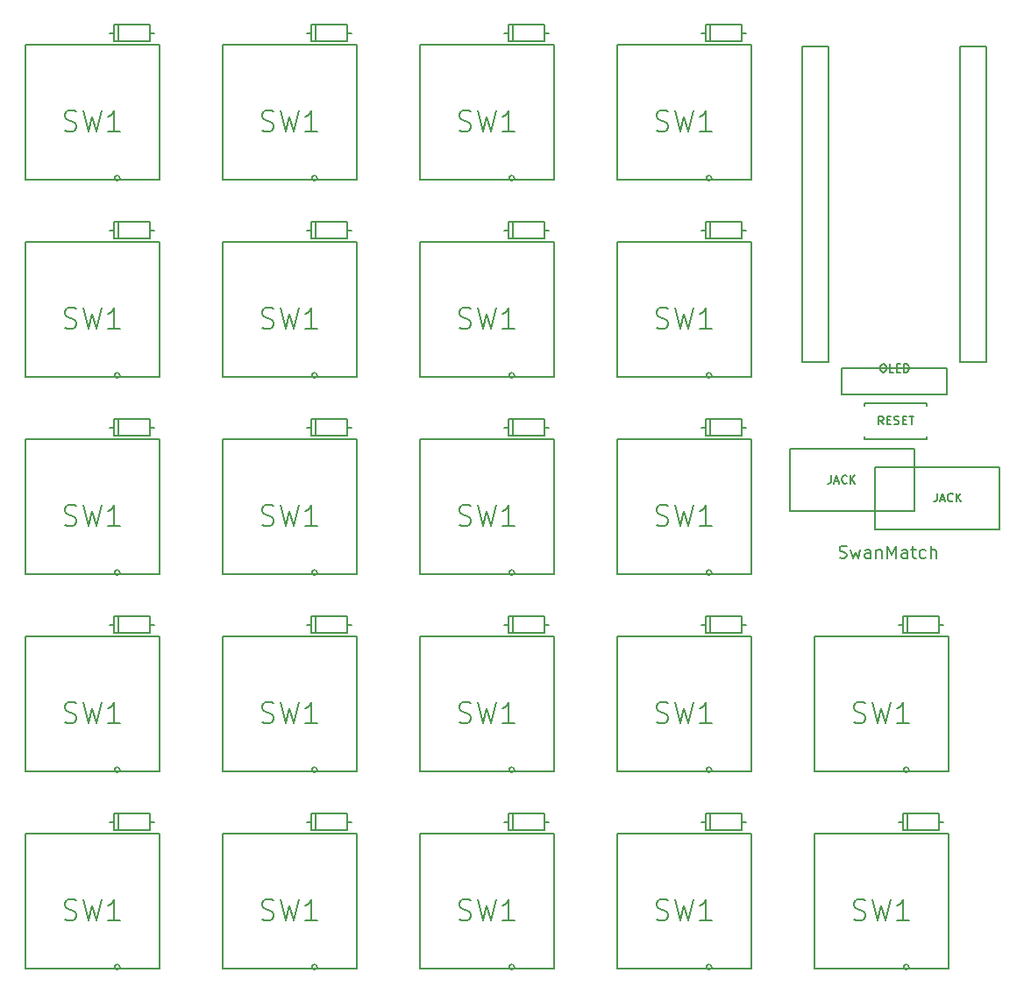
<source format=gto>
G04 #@! TF.FileFunction,Legend,Top*
%FSLAX46Y46*%
G04 Gerber Fmt 4.6, Leading zero omitted, Abs format (unit mm)*
G04 Created by KiCad (PCBNEW 4.0.7-e2-6376~61~ubuntu18.04.1) date Mon Jul 30 20:02:34 2018*
%MOMM*%
%LPD*%
G01*
G04 APERTURE LIST*
%ADD10C,0.150000*%
%ADD11C,0.200000*%
G04 APERTURE END LIST*
D10*
D11*
X160414286Y-97005714D02*
X160585715Y-97062857D01*
X160871429Y-97062857D01*
X160985715Y-97005714D01*
X161042858Y-96948571D01*
X161100001Y-96834286D01*
X161100001Y-96720000D01*
X161042858Y-96605714D01*
X160985715Y-96548571D01*
X160871429Y-96491429D01*
X160642858Y-96434286D01*
X160528572Y-96377143D01*
X160471429Y-96320000D01*
X160414286Y-96205714D01*
X160414286Y-96091429D01*
X160471429Y-95977143D01*
X160528572Y-95920000D01*
X160642858Y-95862857D01*
X160928572Y-95862857D01*
X161100001Y-95920000D01*
X161500001Y-96262857D02*
X161728572Y-97062857D01*
X161957143Y-96491429D01*
X162185715Y-97062857D01*
X162414286Y-96262857D01*
X163385715Y-97062857D02*
X163385715Y-96434286D01*
X163328572Y-96320000D01*
X163214286Y-96262857D01*
X162985715Y-96262857D01*
X162871429Y-96320000D01*
X163385715Y-97005714D02*
X163271429Y-97062857D01*
X162985715Y-97062857D01*
X162871429Y-97005714D01*
X162814286Y-96891429D01*
X162814286Y-96777143D01*
X162871429Y-96662857D01*
X162985715Y-96605714D01*
X163271429Y-96605714D01*
X163385715Y-96548571D01*
X163957143Y-96262857D02*
X163957143Y-97062857D01*
X163957143Y-96377143D02*
X164014286Y-96320000D01*
X164128572Y-96262857D01*
X164300000Y-96262857D01*
X164414286Y-96320000D01*
X164471429Y-96434286D01*
X164471429Y-97062857D01*
X165042857Y-97062857D02*
X165042857Y-95862857D01*
X165442857Y-96720000D01*
X165842857Y-95862857D01*
X165842857Y-97062857D01*
X166928572Y-97062857D02*
X166928572Y-96434286D01*
X166871429Y-96320000D01*
X166757143Y-96262857D01*
X166528572Y-96262857D01*
X166414286Y-96320000D01*
X166928572Y-97005714D02*
X166814286Y-97062857D01*
X166528572Y-97062857D01*
X166414286Y-97005714D01*
X166357143Y-96891429D01*
X166357143Y-96777143D01*
X166414286Y-96662857D01*
X166528572Y-96605714D01*
X166814286Y-96605714D01*
X166928572Y-96548571D01*
X167328572Y-96262857D02*
X167785715Y-96262857D01*
X167500000Y-95862857D02*
X167500000Y-96891429D01*
X167557143Y-97005714D01*
X167671429Y-97062857D01*
X167785715Y-97062857D01*
X168700000Y-97005714D02*
X168585714Y-97062857D01*
X168357143Y-97062857D01*
X168242857Y-97005714D01*
X168185714Y-96948571D01*
X168128571Y-96834286D01*
X168128571Y-96491429D01*
X168185714Y-96377143D01*
X168242857Y-96320000D01*
X168357143Y-96262857D01*
X168585714Y-96262857D01*
X168700000Y-96320000D01*
X169214285Y-97062857D02*
X169214285Y-95862857D01*
X169728571Y-97062857D02*
X169728571Y-96434286D01*
X169671428Y-96320000D01*
X169557142Y-96262857D01*
X169385714Y-96262857D01*
X169271428Y-96320000D01*
X169214285Y-96377143D01*
X170815000Y-78740000D02*
X160655000Y-78740000D01*
X170815000Y-81280000D02*
X170815000Y-78740000D01*
X160655000Y-81280000D02*
X170815000Y-81280000D01*
X160655000Y-78740000D02*
X160655000Y-81280000D01*
X169999200Y-121755000D02*
X169999200Y-123355000D01*
X166499200Y-121755000D02*
X169999200Y-121755000D01*
X166499200Y-123355000D02*
X166499200Y-121755000D01*
X169999200Y-123355000D02*
X166499200Y-123355000D01*
X166999840Y-123355000D02*
X166999840Y-121755000D01*
X169999200Y-122555000D02*
X170399200Y-122555000D01*
X166499200Y-122555000D02*
X166099200Y-122555000D01*
X169999200Y-102705000D02*
X169999200Y-104305000D01*
X166499200Y-102705000D02*
X169999200Y-102705000D01*
X166499200Y-104305000D02*
X166499200Y-102705000D01*
X169999200Y-104305000D02*
X166499200Y-104305000D01*
X166999840Y-104305000D02*
X166999840Y-102705000D01*
X169999200Y-103505000D02*
X170399200Y-103505000D01*
X166499200Y-103505000D02*
X166099200Y-103505000D01*
D10*
X167105000Y-117497500D02*
G75*
G03X167105000Y-117497500I-250000J0D01*
G01*
X157965000Y-104625000D02*
X170965000Y-104625000D01*
X170965000Y-104625000D02*
X170965000Y-117625000D01*
X170965000Y-117625000D02*
X157965000Y-117625000D01*
X157965000Y-117625000D02*
X157965000Y-104625000D01*
X167105000Y-136547500D02*
G75*
G03X167105000Y-136547500I-250000J0D01*
G01*
X157965000Y-123675000D02*
X170965000Y-123675000D01*
X170965000Y-123675000D02*
X170965000Y-136675000D01*
X170965000Y-136675000D02*
X157965000Y-136675000D01*
X157965000Y-136675000D02*
X157965000Y-123675000D01*
D11*
X150949200Y-121755000D02*
X150949200Y-123355000D01*
X147449200Y-121755000D02*
X150949200Y-121755000D01*
X147449200Y-123355000D02*
X147449200Y-121755000D01*
X150949200Y-123355000D02*
X147449200Y-123355000D01*
X147949840Y-123355000D02*
X147949840Y-121755000D01*
X150949200Y-122555000D02*
X151349200Y-122555000D01*
X147449200Y-122555000D02*
X147049200Y-122555000D01*
X131899200Y-121755000D02*
X131899200Y-123355000D01*
X128399200Y-121755000D02*
X131899200Y-121755000D01*
X128399200Y-123355000D02*
X128399200Y-121755000D01*
X131899200Y-123355000D02*
X128399200Y-123355000D01*
X128899840Y-123355000D02*
X128899840Y-121755000D01*
X131899200Y-122555000D02*
X132299200Y-122555000D01*
X128399200Y-122555000D02*
X127999200Y-122555000D01*
X112849200Y-121755000D02*
X112849200Y-123355000D01*
X109349200Y-121755000D02*
X112849200Y-121755000D01*
X109349200Y-123355000D02*
X109349200Y-121755000D01*
X112849200Y-123355000D02*
X109349200Y-123355000D01*
X109849840Y-123355000D02*
X109849840Y-121755000D01*
X112849200Y-122555000D02*
X113249200Y-122555000D01*
X109349200Y-122555000D02*
X108949200Y-122555000D01*
X93799200Y-121755000D02*
X93799200Y-123355000D01*
X90299200Y-121755000D02*
X93799200Y-121755000D01*
X90299200Y-123355000D02*
X90299200Y-121755000D01*
X93799200Y-123355000D02*
X90299200Y-123355000D01*
X90799840Y-123355000D02*
X90799840Y-121755000D01*
X93799200Y-122555000D02*
X94199200Y-122555000D01*
X90299200Y-122555000D02*
X89899200Y-122555000D01*
X150949200Y-102705000D02*
X150949200Y-104305000D01*
X147449200Y-102705000D02*
X150949200Y-102705000D01*
X147449200Y-104305000D02*
X147449200Y-102705000D01*
X150949200Y-104305000D02*
X147449200Y-104305000D01*
X147949840Y-104305000D02*
X147949840Y-102705000D01*
X150949200Y-103505000D02*
X151349200Y-103505000D01*
X147449200Y-103505000D02*
X147049200Y-103505000D01*
X131899200Y-102705000D02*
X131899200Y-104305000D01*
X128399200Y-102705000D02*
X131899200Y-102705000D01*
X128399200Y-104305000D02*
X128399200Y-102705000D01*
X131899200Y-104305000D02*
X128399200Y-104305000D01*
X128899840Y-104305000D02*
X128899840Y-102705000D01*
X131899200Y-103505000D02*
X132299200Y-103505000D01*
X128399200Y-103505000D02*
X127999200Y-103505000D01*
X112849200Y-102705000D02*
X112849200Y-104305000D01*
X109349200Y-102705000D02*
X112849200Y-102705000D01*
X109349200Y-104305000D02*
X109349200Y-102705000D01*
X112849200Y-104305000D02*
X109349200Y-104305000D01*
X109849840Y-104305000D02*
X109849840Y-102705000D01*
X112849200Y-103505000D02*
X113249200Y-103505000D01*
X109349200Y-103505000D02*
X108949200Y-103505000D01*
X93799200Y-102705000D02*
X93799200Y-104305000D01*
X90299200Y-102705000D02*
X93799200Y-102705000D01*
X90299200Y-104305000D02*
X90299200Y-102705000D01*
X93799200Y-104305000D02*
X90299200Y-104305000D01*
X90799840Y-104305000D02*
X90799840Y-102705000D01*
X93799200Y-103505000D02*
X94199200Y-103505000D01*
X90299200Y-103505000D02*
X89899200Y-103505000D01*
X150949200Y-83655000D02*
X150949200Y-85255000D01*
X147449200Y-83655000D02*
X150949200Y-83655000D01*
X147449200Y-85255000D02*
X147449200Y-83655000D01*
X150949200Y-85255000D02*
X147449200Y-85255000D01*
X147949840Y-85255000D02*
X147949840Y-83655000D01*
X150949200Y-84455000D02*
X151349200Y-84455000D01*
X147449200Y-84455000D02*
X147049200Y-84455000D01*
X131899200Y-83655000D02*
X131899200Y-85255000D01*
X128399200Y-83655000D02*
X131899200Y-83655000D01*
X128399200Y-85255000D02*
X128399200Y-83655000D01*
X131899200Y-85255000D02*
X128399200Y-85255000D01*
X128899840Y-85255000D02*
X128899840Y-83655000D01*
X131899200Y-84455000D02*
X132299200Y-84455000D01*
X128399200Y-84455000D02*
X127999200Y-84455000D01*
X112849200Y-83655000D02*
X112849200Y-85255000D01*
X109349200Y-83655000D02*
X112849200Y-83655000D01*
X109349200Y-85255000D02*
X109349200Y-83655000D01*
X112849200Y-85255000D02*
X109349200Y-85255000D01*
X109849840Y-85255000D02*
X109849840Y-83655000D01*
X112849200Y-84455000D02*
X113249200Y-84455000D01*
X109349200Y-84455000D02*
X108949200Y-84455000D01*
X93799200Y-83655000D02*
X93799200Y-85255000D01*
X90299200Y-83655000D02*
X93799200Y-83655000D01*
X90299200Y-85255000D02*
X90299200Y-83655000D01*
X93799200Y-85255000D02*
X90299200Y-85255000D01*
X90799840Y-85255000D02*
X90799840Y-83655000D01*
X93799200Y-84455000D02*
X94199200Y-84455000D01*
X90299200Y-84455000D02*
X89899200Y-84455000D01*
X150949200Y-64605000D02*
X150949200Y-66205000D01*
X147449200Y-64605000D02*
X150949200Y-64605000D01*
X147449200Y-66205000D02*
X147449200Y-64605000D01*
X150949200Y-66205000D02*
X147449200Y-66205000D01*
X147949840Y-66205000D02*
X147949840Y-64605000D01*
X150949200Y-65405000D02*
X151349200Y-65405000D01*
X147449200Y-65405000D02*
X147049200Y-65405000D01*
X131899200Y-64605000D02*
X131899200Y-66205000D01*
X128399200Y-64605000D02*
X131899200Y-64605000D01*
X128399200Y-66205000D02*
X128399200Y-64605000D01*
X131899200Y-66205000D02*
X128399200Y-66205000D01*
X128899840Y-66205000D02*
X128899840Y-64605000D01*
X131899200Y-65405000D02*
X132299200Y-65405000D01*
X128399200Y-65405000D02*
X127999200Y-65405000D01*
X112849200Y-64605000D02*
X112849200Y-66205000D01*
X109349200Y-64605000D02*
X112849200Y-64605000D01*
X109349200Y-66205000D02*
X109349200Y-64605000D01*
X112849200Y-66205000D02*
X109349200Y-66205000D01*
X109849840Y-66205000D02*
X109849840Y-64605000D01*
X112849200Y-65405000D02*
X113249200Y-65405000D01*
X109349200Y-65405000D02*
X108949200Y-65405000D01*
X93799200Y-64605000D02*
X93799200Y-66205000D01*
X90299200Y-64605000D02*
X93799200Y-64605000D01*
X90299200Y-66205000D02*
X90299200Y-64605000D01*
X93799200Y-66205000D02*
X90299200Y-66205000D01*
X90799840Y-66205000D02*
X90799840Y-64605000D01*
X93799200Y-65405000D02*
X94199200Y-65405000D01*
X90299200Y-65405000D02*
X89899200Y-65405000D01*
X150949200Y-45555000D02*
X150949200Y-47155000D01*
X147449200Y-45555000D02*
X150949200Y-45555000D01*
X147449200Y-47155000D02*
X147449200Y-45555000D01*
X150949200Y-47155000D02*
X147449200Y-47155000D01*
X147949840Y-47155000D02*
X147949840Y-45555000D01*
X150949200Y-46355000D02*
X151349200Y-46355000D01*
X147449200Y-46355000D02*
X147049200Y-46355000D01*
X131899200Y-45555000D02*
X131899200Y-47155000D01*
X128399200Y-45555000D02*
X131899200Y-45555000D01*
X128399200Y-47155000D02*
X128399200Y-45555000D01*
X131899200Y-47155000D02*
X128399200Y-47155000D01*
X128899840Y-47155000D02*
X128899840Y-45555000D01*
X131899200Y-46355000D02*
X132299200Y-46355000D01*
X128399200Y-46355000D02*
X127999200Y-46355000D01*
X112849200Y-45555000D02*
X112849200Y-47155000D01*
X109349200Y-45555000D02*
X112849200Y-45555000D01*
X109349200Y-47155000D02*
X109349200Y-45555000D01*
X112849200Y-47155000D02*
X109349200Y-47155000D01*
X109849840Y-47155000D02*
X109849840Y-45555000D01*
X112849200Y-46355000D02*
X113249200Y-46355000D01*
X109349200Y-46355000D02*
X108949200Y-46355000D01*
D10*
X148055000Y-136547500D02*
G75*
G03X148055000Y-136547500I-250000J0D01*
G01*
X129005000Y-136547500D02*
G75*
G03X129005000Y-136547500I-250000J0D01*
G01*
X109955000Y-136547500D02*
G75*
G03X109955000Y-136547500I-250000J0D01*
G01*
X90905000Y-136547500D02*
G75*
G03X90905000Y-136547500I-250000J0D01*
G01*
X148055000Y-117497500D02*
G75*
G03X148055000Y-117497500I-250000J0D01*
G01*
X129005000Y-117497500D02*
G75*
G03X129005000Y-117497500I-250000J0D01*
G01*
X109955000Y-117497500D02*
G75*
G03X109955000Y-117497500I-250000J0D01*
G01*
X90905000Y-117497500D02*
G75*
G03X90905000Y-117497500I-250000J0D01*
G01*
X148055000Y-98447500D02*
G75*
G03X148055000Y-98447500I-250000J0D01*
G01*
X129005000Y-98447500D02*
G75*
G03X129005000Y-98447500I-250000J0D01*
G01*
X109955000Y-98447500D02*
G75*
G03X109955000Y-98447500I-250000J0D01*
G01*
X90905000Y-98447500D02*
G75*
G03X90905000Y-98447500I-250000J0D01*
G01*
X148055000Y-79397500D02*
G75*
G03X148055000Y-79397500I-250000J0D01*
G01*
X129005000Y-79397500D02*
G75*
G03X129005000Y-79397500I-250000J0D01*
G01*
X109955000Y-79397500D02*
G75*
G03X109955000Y-79397500I-250000J0D01*
G01*
X90905000Y-79397500D02*
G75*
G03X90905000Y-79397500I-250000J0D01*
G01*
X148055000Y-60347500D02*
G75*
G03X148055000Y-60347500I-250000J0D01*
G01*
X129005000Y-60347500D02*
G75*
G03X129005000Y-60347500I-250000J0D01*
G01*
X109955000Y-60347500D02*
G75*
G03X109955000Y-60347500I-250000J0D01*
G01*
X138915000Y-123675000D02*
X151915000Y-123675000D01*
X151915000Y-123675000D02*
X151915000Y-136675000D01*
X151915000Y-136675000D02*
X138915000Y-136675000D01*
X138915000Y-136675000D02*
X138915000Y-123675000D01*
X119865000Y-123675000D02*
X132865000Y-123675000D01*
X132865000Y-123675000D02*
X132865000Y-136675000D01*
X132865000Y-136675000D02*
X119865000Y-136675000D01*
X119865000Y-136675000D02*
X119865000Y-123675000D01*
X100815000Y-123675000D02*
X113815000Y-123675000D01*
X113815000Y-123675000D02*
X113815000Y-136675000D01*
X113815000Y-136675000D02*
X100815000Y-136675000D01*
X100815000Y-136675000D02*
X100815000Y-123675000D01*
X81765000Y-123675000D02*
X94765000Y-123675000D01*
X94765000Y-123675000D02*
X94765000Y-136675000D01*
X94765000Y-136675000D02*
X81765000Y-136675000D01*
X81765000Y-136675000D02*
X81765000Y-123675000D01*
X138915000Y-104625000D02*
X151915000Y-104625000D01*
X151915000Y-104625000D02*
X151915000Y-117625000D01*
X151915000Y-117625000D02*
X138915000Y-117625000D01*
X138915000Y-117625000D02*
X138915000Y-104625000D01*
X119865000Y-104625000D02*
X132865000Y-104625000D01*
X132865000Y-104625000D02*
X132865000Y-117625000D01*
X132865000Y-117625000D02*
X119865000Y-117625000D01*
X119865000Y-117625000D02*
X119865000Y-104625000D01*
X100815000Y-104625000D02*
X113815000Y-104625000D01*
X113815000Y-104625000D02*
X113815000Y-117625000D01*
X113815000Y-117625000D02*
X100815000Y-117625000D01*
X100815000Y-117625000D02*
X100815000Y-104625000D01*
X81765000Y-104625000D02*
X94765000Y-104625000D01*
X94765000Y-104625000D02*
X94765000Y-117625000D01*
X94765000Y-117625000D02*
X81765000Y-117625000D01*
X81765000Y-117625000D02*
X81765000Y-104625000D01*
X138915000Y-85575000D02*
X151915000Y-85575000D01*
X151915000Y-85575000D02*
X151915000Y-98575000D01*
X151915000Y-98575000D02*
X138915000Y-98575000D01*
X138915000Y-98575000D02*
X138915000Y-85575000D01*
X119865000Y-85575000D02*
X132865000Y-85575000D01*
X132865000Y-85575000D02*
X132865000Y-98575000D01*
X132865000Y-98575000D02*
X119865000Y-98575000D01*
X119865000Y-98575000D02*
X119865000Y-85575000D01*
X100815000Y-85575000D02*
X113815000Y-85575000D01*
X113815000Y-85575000D02*
X113815000Y-98575000D01*
X113815000Y-98575000D02*
X100815000Y-98575000D01*
X100815000Y-98575000D02*
X100815000Y-85575000D01*
X81765000Y-85575000D02*
X94765000Y-85575000D01*
X94765000Y-85575000D02*
X94765000Y-98575000D01*
X94765000Y-98575000D02*
X81765000Y-98575000D01*
X81765000Y-98575000D02*
X81765000Y-85575000D01*
X138915000Y-66525000D02*
X151915000Y-66525000D01*
X151915000Y-66525000D02*
X151915000Y-79525000D01*
X151915000Y-79525000D02*
X138915000Y-79525000D01*
X138915000Y-79525000D02*
X138915000Y-66525000D01*
X119865000Y-66525000D02*
X132865000Y-66525000D01*
X132865000Y-66525000D02*
X132865000Y-79525000D01*
X132865000Y-79525000D02*
X119865000Y-79525000D01*
X119865000Y-79525000D02*
X119865000Y-66525000D01*
X100815000Y-66525000D02*
X113815000Y-66525000D01*
X113815000Y-66525000D02*
X113815000Y-79525000D01*
X113815000Y-79525000D02*
X100815000Y-79525000D01*
X100815000Y-79525000D02*
X100815000Y-66525000D01*
X81765000Y-66525000D02*
X94765000Y-66525000D01*
X94765000Y-66525000D02*
X94765000Y-79525000D01*
X94765000Y-79525000D02*
X81765000Y-79525000D01*
X81765000Y-79525000D02*
X81765000Y-66525000D01*
X138915000Y-47475000D02*
X151915000Y-47475000D01*
X151915000Y-47475000D02*
X151915000Y-60475000D01*
X151915000Y-60475000D02*
X138915000Y-60475000D01*
X138915000Y-60475000D02*
X138915000Y-47475000D01*
X119865000Y-47475000D02*
X132865000Y-47475000D01*
X132865000Y-47475000D02*
X132865000Y-60475000D01*
X132865000Y-60475000D02*
X119865000Y-60475000D01*
X119865000Y-60475000D02*
X119865000Y-47475000D01*
X100815000Y-47475000D02*
X113815000Y-47475000D01*
X113815000Y-47475000D02*
X113815000Y-60475000D01*
X113815000Y-60475000D02*
X100815000Y-60475000D01*
X100815000Y-60475000D02*
X100815000Y-47475000D01*
X155625000Y-92495000D02*
X155625000Y-86495000D01*
X155625000Y-86495000D02*
X167625000Y-86495000D01*
X167625000Y-86495000D02*
X167625000Y-92495000D01*
X167625000Y-92495000D02*
X155625000Y-92495000D01*
X160655000Y-81280000D02*
X170815000Y-81280000D01*
X160655000Y-78740000D02*
X170815000Y-78740000D01*
X170815000Y-78740000D02*
X170815000Y-81280000D01*
X160655000Y-81280000D02*
X160655000Y-78740000D01*
X159385000Y-47625000D02*
X156845000Y-47625000D01*
X156845000Y-47625000D02*
X156845000Y-78105000D01*
X156845000Y-78105000D02*
X159385000Y-78105000D01*
X159385000Y-78105000D02*
X159385000Y-47625000D01*
X174625000Y-47625000D02*
X172085000Y-47625000D01*
X172085000Y-47625000D02*
X172085000Y-78105000D01*
X172085000Y-78105000D02*
X174625000Y-78105000D01*
X174625000Y-78105000D02*
X174625000Y-47625000D01*
X175845000Y-88245000D02*
X175845000Y-94245000D01*
X175845000Y-94245000D02*
X163845000Y-94245000D01*
X163845000Y-94245000D02*
X163845000Y-88245000D01*
X163845000Y-88245000D02*
X175845000Y-88245000D01*
X162810000Y-85570000D02*
X168810000Y-85570000D01*
X168810000Y-85570000D02*
X168810000Y-85320000D01*
X162810000Y-85570000D02*
X162810000Y-85320000D01*
X162810000Y-82070000D02*
X162810000Y-82320000D01*
X162810000Y-82070000D02*
X168810000Y-82070000D01*
X168810000Y-82070000D02*
X168810000Y-82320000D01*
X81765000Y-47475000D02*
X94765000Y-47475000D01*
X94765000Y-47475000D02*
X94765000Y-60475000D01*
X94765000Y-60475000D02*
X81765000Y-60475000D01*
X81765000Y-60475000D02*
X81765000Y-47475000D01*
D11*
X93799200Y-45555000D02*
X93799200Y-47155000D01*
X90299200Y-45555000D02*
X93799200Y-45555000D01*
X90299200Y-47155000D02*
X90299200Y-45555000D01*
X93799200Y-47155000D02*
X90299200Y-47155000D01*
X90799840Y-47155000D02*
X90799840Y-45555000D01*
X93799200Y-46355000D02*
X94199200Y-46355000D01*
X90299200Y-46355000D02*
X89899200Y-46355000D01*
D10*
X90905000Y-60347500D02*
G75*
G03X90905000Y-60347500I-250000J0D01*
G01*
D11*
X161798333Y-112887024D02*
X162084048Y-112982262D01*
X162560238Y-112982262D01*
X162750714Y-112887024D01*
X162845952Y-112791786D01*
X162941191Y-112601310D01*
X162941191Y-112410833D01*
X162845952Y-112220357D01*
X162750714Y-112125119D01*
X162560238Y-112029881D01*
X162179286Y-111934643D01*
X161988810Y-111839405D01*
X161893571Y-111744167D01*
X161798333Y-111553690D01*
X161798333Y-111363214D01*
X161893571Y-111172738D01*
X161988810Y-111077500D01*
X162179286Y-110982262D01*
X162655476Y-110982262D01*
X162941191Y-111077500D01*
X163607857Y-110982262D02*
X164084048Y-112982262D01*
X164465000Y-111553690D01*
X164845953Y-112982262D01*
X165322143Y-110982262D01*
X167131667Y-112982262D02*
X165988809Y-112982262D01*
X166560238Y-112982262D02*
X166560238Y-110982262D01*
X166369762Y-111267976D01*
X166179286Y-111458452D01*
X165988809Y-111553690D01*
X161798333Y-131937024D02*
X162084048Y-132032262D01*
X162560238Y-132032262D01*
X162750714Y-131937024D01*
X162845952Y-131841786D01*
X162941191Y-131651310D01*
X162941191Y-131460833D01*
X162845952Y-131270357D01*
X162750714Y-131175119D01*
X162560238Y-131079881D01*
X162179286Y-130984643D01*
X161988810Y-130889405D01*
X161893571Y-130794167D01*
X161798333Y-130603690D01*
X161798333Y-130413214D01*
X161893571Y-130222738D01*
X161988810Y-130127500D01*
X162179286Y-130032262D01*
X162655476Y-130032262D01*
X162941191Y-130127500D01*
X163607857Y-130032262D02*
X164084048Y-132032262D01*
X164465000Y-130603690D01*
X164845953Y-132032262D01*
X165322143Y-130032262D01*
X167131667Y-132032262D02*
X165988809Y-132032262D01*
X166560238Y-132032262D02*
X166560238Y-130032262D01*
X166369762Y-130317976D01*
X166179286Y-130508452D01*
X165988809Y-130603690D01*
X142748333Y-131937024D02*
X143034048Y-132032262D01*
X143510238Y-132032262D01*
X143700714Y-131937024D01*
X143795952Y-131841786D01*
X143891191Y-131651310D01*
X143891191Y-131460833D01*
X143795952Y-131270357D01*
X143700714Y-131175119D01*
X143510238Y-131079881D01*
X143129286Y-130984643D01*
X142938810Y-130889405D01*
X142843571Y-130794167D01*
X142748333Y-130603690D01*
X142748333Y-130413214D01*
X142843571Y-130222738D01*
X142938810Y-130127500D01*
X143129286Y-130032262D01*
X143605476Y-130032262D01*
X143891191Y-130127500D01*
X144557857Y-130032262D02*
X145034048Y-132032262D01*
X145415000Y-130603690D01*
X145795953Y-132032262D01*
X146272143Y-130032262D01*
X148081667Y-132032262D02*
X146938809Y-132032262D01*
X147510238Y-132032262D02*
X147510238Y-130032262D01*
X147319762Y-130317976D01*
X147129286Y-130508452D01*
X146938809Y-130603690D01*
X123698333Y-131937024D02*
X123984048Y-132032262D01*
X124460238Y-132032262D01*
X124650714Y-131937024D01*
X124745952Y-131841786D01*
X124841191Y-131651310D01*
X124841191Y-131460833D01*
X124745952Y-131270357D01*
X124650714Y-131175119D01*
X124460238Y-131079881D01*
X124079286Y-130984643D01*
X123888810Y-130889405D01*
X123793571Y-130794167D01*
X123698333Y-130603690D01*
X123698333Y-130413214D01*
X123793571Y-130222738D01*
X123888810Y-130127500D01*
X124079286Y-130032262D01*
X124555476Y-130032262D01*
X124841191Y-130127500D01*
X125507857Y-130032262D02*
X125984048Y-132032262D01*
X126365000Y-130603690D01*
X126745953Y-132032262D01*
X127222143Y-130032262D01*
X129031667Y-132032262D02*
X127888809Y-132032262D01*
X128460238Y-132032262D02*
X128460238Y-130032262D01*
X128269762Y-130317976D01*
X128079286Y-130508452D01*
X127888809Y-130603690D01*
X104648333Y-131937024D02*
X104934048Y-132032262D01*
X105410238Y-132032262D01*
X105600714Y-131937024D01*
X105695952Y-131841786D01*
X105791191Y-131651310D01*
X105791191Y-131460833D01*
X105695952Y-131270357D01*
X105600714Y-131175119D01*
X105410238Y-131079881D01*
X105029286Y-130984643D01*
X104838810Y-130889405D01*
X104743571Y-130794167D01*
X104648333Y-130603690D01*
X104648333Y-130413214D01*
X104743571Y-130222738D01*
X104838810Y-130127500D01*
X105029286Y-130032262D01*
X105505476Y-130032262D01*
X105791191Y-130127500D01*
X106457857Y-130032262D02*
X106934048Y-132032262D01*
X107315000Y-130603690D01*
X107695953Y-132032262D01*
X108172143Y-130032262D01*
X109981667Y-132032262D02*
X108838809Y-132032262D01*
X109410238Y-132032262D02*
X109410238Y-130032262D01*
X109219762Y-130317976D01*
X109029286Y-130508452D01*
X108838809Y-130603690D01*
X85598333Y-131937024D02*
X85884048Y-132032262D01*
X86360238Y-132032262D01*
X86550714Y-131937024D01*
X86645952Y-131841786D01*
X86741191Y-131651310D01*
X86741191Y-131460833D01*
X86645952Y-131270357D01*
X86550714Y-131175119D01*
X86360238Y-131079881D01*
X85979286Y-130984643D01*
X85788810Y-130889405D01*
X85693571Y-130794167D01*
X85598333Y-130603690D01*
X85598333Y-130413214D01*
X85693571Y-130222738D01*
X85788810Y-130127500D01*
X85979286Y-130032262D01*
X86455476Y-130032262D01*
X86741191Y-130127500D01*
X87407857Y-130032262D02*
X87884048Y-132032262D01*
X88265000Y-130603690D01*
X88645953Y-132032262D01*
X89122143Y-130032262D01*
X90931667Y-132032262D02*
X89788809Y-132032262D01*
X90360238Y-132032262D02*
X90360238Y-130032262D01*
X90169762Y-130317976D01*
X89979286Y-130508452D01*
X89788809Y-130603690D01*
X142748333Y-112887024D02*
X143034048Y-112982262D01*
X143510238Y-112982262D01*
X143700714Y-112887024D01*
X143795952Y-112791786D01*
X143891191Y-112601310D01*
X143891191Y-112410833D01*
X143795952Y-112220357D01*
X143700714Y-112125119D01*
X143510238Y-112029881D01*
X143129286Y-111934643D01*
X142938810Y-111839405D01*
X142843571Y-111744167D01*
X142748333Y-111553690D01*
X142748333Y-111363214D01*
X142843571Y-111172738D01*
X142938810Y-111077500D01*
X143129286Y-110982262D01*
X143605476Y-110982262D01*
X143891191Y-111077500D01*
X144557857Y-110982262D02*
X145034048Y-112982262D01*
X145415000Y-111553690D01*
X145795953Y-112982262D01*
X146272143Y-110982262D01*
X148081667Y-112982262D02*
X146938809Y-112982262D01*
X147510238Y-112982262D02*
X147510238Y-110982262D01*
X147319762Y-111267976D01*
X147129286Y-111458452D01*
X146938809Y-111553690D01*
X123698333Y-112887024D02*
X123984048Y-112982262D01*
X124460238Y-112982262D01*
X124650714Y-112887024D01*
X124745952Y-112791786D01*
X124841191Y-112601310D01*
X124841191Y-112410833D01*
X124745952Y-112220357D01*
X124650714Y-112125119D01*
X124460238Y-112029881D01*
X124079286Y-111934643D01*
X123888810Y-111839405D01*
X123793571Y-111744167D01*
X123698333Y-111553690D01*
X123698333Y-111363214D01*
X123793571Y-111172738D01*
X123888810Y-111077500D01*
X124079286Y-110982262D01*
X124555476Y-110982262D01*
X124841191Y-111077500D01*
X125507857Y-110982262D02*
X125984048Y-112982262D01*
X126365000Y-111553690D01*
X126745953Y-112982262D01*
X127222143Y-110982262D01*
X129031667Y-112982262D02*
X127888809Y-112982262D01*
X128460238Y-112982262D02*
X128460238Y-110982262D01*
X128269762Y-111267976D01*
X128079286Y-111458452D01*
X127888809Y-111553690D01*
X104648333Y-112887024D02*
X104934048Y-112982262D01*
X105410238Y-112982262D01*
X105600714Y-112887024D01*
X105695952Y-112791786D01*
X105791191Y-112601310D01*
X105791191Y-112410833D01*
X105695952Y-112220357D01*
X105600714Y-112125119D01*
X105410238Y-112029881D01*
X105029286Y-111934643D01*
X104838810Y-111839405D01*
X104743571Y-111744167D01*
X104648333Y-111553690D01*
X104648333Y-111363214D01*
X104743571Y-111172738D01*
X104838810Y-111077500D01*
X105029286Y-110982262D01*
X105505476Y-110982262D01*
X105791191Y-111077500D01*
X106457857Y-110982262D02*
X106934048Y-112982262D01*
X107315000Y-111553690D01*
X107695953Y-112982262D01*
X108172143Y-110982262D01*
X109981667Y-112982262D02*
X108838809Y-112982262D01*
X109410238Y-112982262D02*
X109410238Y-110982262D01*
X109219762Y-111267976D01*
X109029286Y-111458452D01*
X108838809Y-111553690D01*
X85598333Y-112887024D02*
X85884048Y-112982262D01*
X86360238Y-112982262D01*
X86550714Y-112887024D01*
X86645952Y-112791786D01*
X86741191Y-112601310D01*
X86741191Y-112410833D01*
X86645952Y-112220357D01*
X86550714Y-112125119D01*
X86360238Y-112029881D01*
X85979286Y-111934643D01*
X85788810Y-111839405D01*
X85693571Y-111744167D01*
X85598333Y-111553690D01*
X85598333Y-111363214D01*
X85693571Y-111172738D01*
X85788810Y-111077500D01*
X85979286Y-110982262D01*
X86455476Y-110982262D01*
X86741191Y-111077500D01*
X87407857Y-110982262D02*
X87884048Y-112982262D01*
X88265000Y-111553690D01*
X88645953Y-112982262D01*
X89122143Y-110982262D01*
X90931667Y-112982262D02*
X89788809Y-112982262D01*
X90360238Y-112982262D02*
X90360238Y-110982262D01*
X90169762Y-111267976D01*
X89979286Y-111458452D01*
X89788809Y-111553690D01*
X142748333Y-93837024D02*
X143034048Y-93932262D01*
X143510238Y-93932262D01*
X143700714Y-93837024D01*
X143795952Y-93741786D01*
X143891191Y-93551310D01*
X143891191Y-93360833D01*
X143795952Y-93170357D01*
X143700714Y-93075119D01*
X143510238Y-92979881D01*
X143129286Y-92884643D01*
X142938810Y-92789405D01*
X142843571Y-92694167D01*
X142748333Y-92503690D01*
X142748333Y-92313214D01*
X142843571Y-92122738D01*
X142938810Y-92027500D01*
X143129286Y-91932262D01*
X143605476Y-91932262D01*
X143891191Y-92027500D01*
X144557857Y-91932262D02*
X145034048Y-93932262D01*
X145415000Y-92503690D01*
X145795953Y-93932262D01*
X146272143Y-91932262D01*
X148081667Y-93932262D02*
X146938809Y-93932262D01*
X147510238Y-93932262D02*
X147510238Y-91932262D01*
X147319762Y-92217976D01*
X147129286Y-92408452D01*
X146938809Y-92503690D01*
X123698333Y-93837024D02*
X123984048Y-93932262D01*
X124460238Y-93932262D01*
X124650714Y-93837024D01*
X124745952Y-93741786D01*
X124841191Y-93551310D01*
X124841191Y-93360833D01*
X124745952Y-93170357D01*
X124650714Y-93075119D01*
X124460238Y-92979881D01*
X124079286Y-92884643D01*
X123888810Y-92789405D01*
X123793571Y-92694167D01*
X123698333Y-92503690D01*
X123698333Y-92313214D01*
X123793571Y-92122738D01*
X123888810Y-92027500D01*
X124079286Y-91932262D01*
X124555476Y-91932262D01*
X124841191Y-92027500D01*
X125507857Y-91932262D02*
X125984048Y-93932262D01*
X126365000Y-92503690D01*
X126745953Y-93932262D01*
X127222143Y-91932262D01*
X129031667Y-93932262D02*
X127888809Y-93932262D01*
X128460238Y-93932262D02*
X128460238Y-91932262D01*
X128269762Y-92217976D01*
X128079286Y-92408452D01*
X127888809Y-92503690D01*
X104648333Y-93837024D02*
X104934048Y-93932262D01*
X105410238Y-93932262D01*
X105600714Y-93837024D01*
X105695952Y-93741786D01*
X105791191Y-93551310D01*
X105791191Y-93360833D01*
X105695952Y-93170357D01*
X105600714Y-93075119D01*
X105410238Y-92979881D01*
X105029286Y-92884643D01*
X104838810Y-92789405D01*
X104743571Y-92694167D01*
X104648333Y-92503690D01*
X104648333Y-92313214D01*
X104743571Y-92122738D01*
X104838810Y-92027500D01*
X105029286Y-91932262D01*
X105505476Y-91932262D01*
X105791191Y-92027500D01*
X106457857Y-91932262D02*
X106934048Y-93932262D01*
X107315000Y-92503690D01*
X107695953Y-93932262D01*
X108172143Y-91932262D01*
X109981667Y-93932262D02*
X108838809Y-93932262D01*
X109410238Y-93932262D02*
X109410238Y-91932262D01*
X109219762Y-92217976D01*
X109029286Y-92408452D01*
X108838809Y-92503690D01*
X85598333Y-93837024D02*
X85884048Y-93932262D01*
X86360238Y-93932262D01*
X86550714Y-93837024D01*
X86645952Y-93741786D01*
X86741191Y-93551310D01*
X86741191Y-93360833D01*
X86645952Y-93170357D01*
X86550714Y-93075119D01*
X86360238Y-92979881D01*
X85979286Y-92884643D01*
X85788810Y-92789405D01*
X85693571Y-92694167D01*
X85598333Y-92503690D01*
X85598333Y-92313214D01*
X85693571Y-92122738D01*
X85788810Y-92027500D01*
X85979286Y-91932262D01*
X86455476Y-91932262D01*
X86741191Y-92027500D01*
X87407857Y-91932262D02*
X87884048Y-93932262D01*
X88265000Y-92503690D01*
X88645953Y-93932262D01*
X89122143Y-91932262D01*
X90931667Y-93932262D02*
X89788809Y-93932262D01*
X90360238Y-93932262D02*
X90360238Y-91932262D01*
X90169762Y-92217976D01*
X89979286Y-92408452D01*
X89788809Y-92503690D01*
X142748333Y-74787024D02*
X143034048Y-74882262D01*
X143510238Y-74882262D01*
X143700714Y-74787024D01*
X143795952Y-74691786D01*
X143891191Y-74501310D01*
X143891191Y-74310833D01*
X143795952Y-74120357D01*
X143700714Y-74025119D01*
X143510238Y-73929881D01*
X143129286Y-73834643D01*
X142938810Y-73739405D01*
X142843571Y-73644167D01*
X142748333Y-73453690D01*
X142748333Y-73263214D01*
X142843571Y-73072738D01*
X142938810Y-72977500D01*
X143129286Y-72882262D01*
X143605476Y-72882262D01*
X143891191Y-72977500D01*
X144557857Y-72882262D02*
X145034048Y-74882262D01*
X145415000Y-73453690D01*
X145795953Y-74882262D01*
X146272143Y-72882262D01*
X148081667Y-74882262D02*
X146938809Y-74882262D01*
X147510238Y-74882262D02*
X147510238Y-72882262D01*
X147319762Y-73167976D01*
X147129286Y-73358452D01*
X146938809Y-73453690D01*
X123698333Y-74787024D02*
X123984048Y-74882262D01*
X124460238Y-74882262D01*
X124650714Y-74787024D01*
X124745952Y-74691786D01*
X124841191Y-74501310D01*
X124841191Y-74310833D01*
X124745952Y-74120357D01*
X124650714Y-74025119D01*
X124460238Y-73929881D01*
X124079286Y-73834643D01*
X123888810Y-73739405D01*
X123793571Y-73644167D01*
X123698333Y-73453690D01*
X123698333Y-73263214D01*
X123793571Y-73072738D01*
X123888810Y-72977500D01*
X124079286Y-72882262D01*
X124555476Y-72882262D01*
X124841191Y-72977500D01*
X125507857Y-72882262D02*
X125984048Y-74882262D01*
X126365000Y-73453690D01*
X126745953Y-74882262D01*
X127222143Y-72882262D01*
X129031667Y-74882262D02*
X127888809Y-74882262D01*
X128460238Y-74882262D02*
X128460238Y-72882262D01*
X128269762Y-73167976D01*
X128079286Y-73358452D01*
X127888809Y-73453690D01*
X104648333Y-74787024D02*
X104934048Y-74882262D01*
X105410238Y-74882262D01*
X105600714Y-74787024D01*
X105695952Y-74691786D01*
X105791191Y-74501310D01*
X105791191Y-74310833D01*
X105695952Y-74120357D01*
X105600714Y-74025119D01*
X105410238Y-73929881D01*
X105029286Y-73834643D01*
X104838810Y-73739405D01*
X104743571Y-73644167D01*
X104648333Y-73453690D01*
X104648333Y-73263214D01*
X104743571Y-73072738D01*
X104838810Y-72977500D01*
X105029286Y-72882262D01*
X105505476Y-72882262D01*
X105791191Y-72977500D01*
X106457857Y-72882262D02*
X106934048Y-74882262D01*
X107315000Y-73453690D01*
X107695953Y-74882262D01*
X108172143Y-72882262D01*
X109981667Y-74882262D02*
X108838809Y-74882262D01*
X109410238Y-74882262D02*
X109410238Y-72882262D01*
X109219762Y-73167976D01*
X109029286Y-73358452D01*
X108838809Y-73453690D01*
X85598333Y-74787024D02*
X85884048Y-74882262D01*
X86360238Y-74882262D01*
X86550714Y-74787024D01*
X86645952Y-74691786D01*
X86741191Y-74501310D01*
X86741191Y-74310833D01*
X86645952Y-74120357D01*
X86550714Y-74025119D01*
X86360238Y-73929881D01*
X85979286Y-73834643D01*
X85788810Y-73739405D01*
X85693571Y-73644167D01*
X85598333Y-73453690D01*
X85598333Y-73263214D01*
X85693571Y-73072738D01*
X85788810Y-72977500D01*
X85979286Y-72882262D01*
X86455476Y-72882262D01*
X86741191Y-72977500D01*
X87407857Y-72882262D02*
X87884048Y-74882262D01*
X88265000Y-73453690D01*
X88645953Y-74882262D01*
X89122143Y-72882262D01*
X90931667Y-74882262D02*
X89788809Y-74882262D01*
X90360238Y-74882262D02*
X90360238Y-72882262D01*
X90169762Y-73167976D01*
X89979286Y-73358452D01*
X89788809Y-73453690D01*
X142748333Y-55737024D02*
X143034048Y-55832262D01*
X143510238Y-55832262D01*
X143700714Y-55737024D01*
X143795952Y-55641786D01*
X143891191Y-55451310D01*
X143891191Y-55260833D01*
X143795952Y-55070357D01*
X143700714Y-54975119D01*
X143510238Y-54879881D01*
X143129286Y-54784643D01*
X142938810Y-54689405D01*
X142843571Y-54594167D01*
X142748333Y-54403690D01*
X142748333Y-54213214D01*
X142843571Y-54022738D01*
X142938810Y-53927500D01*
X143129286Y-53832262D01*
X143605476Y-53832262D01*
X143891191Y-53927500D01*
X144557857Y-53832262D02*
X145034048Y-55832262D01*
X145415000Y-54403690D01*
X145795953Y-55832262D01*
X146272143Y-53832262D01*
X148081667Y-55832262D02*
X146938809Y-55832262D01*
X147510238Y-55832262D02*
X147510238Y-53832262D01*
X147319762Y-54117976D01*
X147129286Y-54308452D01*
X146938809Y-54403690D01*
X123698333Y-55737024D02*
X123984048Y-55832262D01*
X124460238Y-55832262D01*
X124650714Y-55737024D01*
X124745952Y-55641786D01*
X124841191Y-55451310D01*
X124841191Y-55260833D01*
X124745952Y-55070357D01*
X124650714Y-54975119D01*
X124460238Y-54879881D01*
X124079286Y-54784643D01*
X123888810Y-54689405D01*
X123793571Y-54594167D01*
X123698333Y-54403690D01*
X123698333Y-54213214D01*
X123793571Y-54022738D01*
X123888810Y-53927500D01*
X124079286Y-53832262D01*
X124555476Y-53832262D01*
X124841191Y-53927500D01*
X125507857Y-53832262D02*
X125984048Y-55832262D01*
X126365000Y-54403690D01*
X126745953Y-55832262D01*
X127222143Y-53832262D01*
X129031667Y-55832262D02*
X127888809Y-55832262D01*
X128460238Y-55832262D02*
X128460238Y-53832262D01*
X128269762Y-54117976D01*
X128079286Y-54308452D01*
X127888809Y-54403690D01*
X104648333Y-55737024D02*
X104934048Y-55832262D01*
X105410238Y-55832262D01*
X105600714Y-55737024D01*
X105695952Y-55641786D01*
X105791191Y-55451310D01*
X105791191Y-55260833D01*
X105695952Y-55070357D01*
X105600714Y-54975119D01*
X105410238Y-54879881D01*
X105029286Y-54784643D01*
X104838810Y-54689405D01*
X104743571Y-54594167D01*
X104648333Y-54403690D01*
X104648333Y-54213214D01*
X104743571Y-54022738D01*
X104838810Y-53927500D01*
X105029286Y-53832262D01*
X105505476Y-53832262D01*
X105791191Y-53927500D01*
X106457857Y-53832262D02*
X106934048Y-55832262D01*
X107315000Y-54403690D01*
X107695953Y-55832262D01*
X108172143Y-53832262D01*
X109981667Y-55832262D02*
X108838809Y-55832262D01*
X109410238Y-55832262D02*
X109410238Y-53832262D01*
X109219762Y-54117976D01*
X109029286Y-54308452D01*
X108838809Y-54403690D01*
D10*
X159596429Y-89056905D02*
X159596429Y-89628333D01*
X159558333Y-89742619D01*
X159482143Y-89818810D01*
X159367857Y-89856905D01*
X159291667Y-89856905D01*
X159939286Y-89628333D02*
X160320238Y-89628333D01*
X159863095Y-89856905D02*
X160129762Y-89056905D01*
X160396429Y-89856905D01*
X161120238Y-89780714D02*
X161082143Y-89818810D01*
X160967857Y-89856905D01*
X160891667Y-89856905D01*
X160777381Y-89818810D01*
X160701190Y-89742619D01*
X160663095Y-89666429D01*
X160625000Y-89514048D01*
X160625000Y-89399762D01*
X160663095Y-89247381D01*
X160701190Y-89171190D01*
X160777381Y-89095000D01*
X160891667Y-89056905D01*
X160967857Y-89056905D01*
X161082143Y-89095000D01*
X161120238Y-89133095D01*
X161463095Y-89856905D02*
X161463095Y-89056905D01*
X161920238Y-89856905D02*
X161577381Y-89399762D01*
X161920238Y-89056905D02*
X161463095Y-89514048D01*
X164554505Y-78294895D02*
X164709324Y-78294895D01*
X164786733Y-78333600D01*
X164864143Y-78411010D01*
X164902848Y-78565829D01*
X164902848Y-78836762D01*
X164864143Y-78991581D01*
X164786733Y-79068990D01*
X164709324Y-79107695D01*
X164554505Y-79107695D01*
X164477095Y-79068990D01*
X164399686Y-78991581D01*
X164360981Y-78836762D01*
X164360981Y-78565829D01*
X164399686Y-78411010D01*
X164477095Y-78333600D01*
X164554505Y-78294895D01*
X165638238Y-79107695D02*
X165251191Y-79107695D01*
X165251191Y-78294895D01*
X165909172Y-78681943D02*
X166180105Y-78681943D01*
X166296219Y-79107695D02*
X165909172Y-79107695D01*
X165909172Y-78294895D01*
X166296219Y-78294895D01*
X166644562Y-79107695D02*
X166644562Y-78294895D01*
X166838086Y-78294895D01*
X166954200Y-78333600D01*
X167031609Y-78411010D01*
X167070314Y-78488419D01*
X167109019Y-78643238D01*
X167109019Y-78759352D01*
X167070314Y-78914171D01*
X167031609Y-78991581D01*
X166954200Y-79068990D01*
X166838086Y-79107695D01*
X166644562Y-79107695D01*
X169816429Y-90806905D02*
X169816429Y-91378333D01*
X169778333Y-91492619D01*
X169702143Y-91568810D01*
X169587857Y-91606905D01*
X169511667Y-91606905D01*
X170159286Y-91378333D02*
X170540238Y-91378333D01*
X170083095Y-91606905D02*
X170349762Y-90806905D01*
X170616429Y-91606905D01*
X171340238Y-91530714D02*
X171302143Y-91568810D01*
X171187857Y-91606905D01*
X171111667Y-91606905D01*
X170997381Y-91568810D01*
X170921190Y-91492619D01*
X170883095Y-91416429D01*
X170845000Y-91264048D01*
X170845000Y-91149762D01*
X170883095Y-90997381D01*
X170921190Y-90921190D01*
X170997381Y-90845000D01*
X171111667Y-90806905D01*
X171187857Y-90806905D01*
X171302143Y-90845000D01*
X171340238Y-90883095D01*
X171683095Y-91606905D02*
X171683095Y-90806905D01*
X172140238Y-91606905D02*
X171797381Y-91149762D01*
X172140238Y-90806905D02*
X171683095Y-91264048D01*
X164640506Y-84155695D02*
X164369573Y-83768648D01*
X164176049Y-84155695D02*
X164176049Y-83342895D01*
X164485687Y-83342895D01*
X164563096Y-83381600D01*
X164601801Y-83420305D01*
X164640506Y-83497714D01*
X164640506Y-83613829D01*
X164601801Y-83691238D01*
X164563096Y-83729943D01*
X164485687Y-83768648D01*
X164176049Y-83768648D01*
X164988849Y-83729943D02*
X165259782Y-83729943D01*
X165375896Y-84155695D02*
X164988849Y-84155695D01*
X164988849Y-83342895D01*
X165375896Y-83342895D01*
X165685534Y-84116990D02*
X165801648Y-84155695D01*
X165995172Y-84155695D01*
X166072582Y-84116990D01*
X166111286Y-84078286D01*
X166149991Y-84000876D01*
X166149991Y-83923467D01*
X166111286Y-83846057D01*
X166072582Y-83807352D01*
X165995172Y-83768648D01*
X165840353Y-83729943D01*
X165762944Y-83691238D01*
X165724239Y-83652533D01*
X165685534Y-83575124D01*
X165685534Y-83497714D01*
X165724239Y-83420305D01*
X165762944Y-83381600D01*
X165840353Y-83342895D01*
X166033877Y-83342895D01*
X166149991Y-83381600D01*
X166498334Y-83729943D02*
X166769267Y-83729943D01*
X166885381Y-84155695D02*
X166498334Y-84155695D01*
X166498334Y-83342895D01*
X166885381Y-83342895D01*
X167117610Y-83342895D02*
X167582067Y-83342895D01*
X167349838Y-84155695D02*
X167349838Y-83342895D01*
D11*
X85598333Y-55737024D02*
X85884048Y-55832262D01*
X86360238Y-55832262D01*
X86550714Y-55737024D01*
X86645952Y-55641786D01*
X86741191Y-55451310D01*
X86741191Y-55260833D01*
X86645952Y-55070357D01*
X86550714Y-54975119D01*
X86360238Y-54879881D01*
X85979286Y-54784643D01*
X85788810Y-54689405D01*
X85693571Y-54594167D01*
X85598333Y-54403690D01*
X85598333Y-54213214D01*
X85693571Y-54022738D01*
X85788810Y-53927500D01*
X85979286Y-53832262D01*
X86455476Y-53832262D01*
X86741191Y-53927500D01*
X87407857Y-53832262D02*
X87884048Y-55832262D01*
X88265000Y-54403690D01*
X88645953Y-55832262D01*
X89122143Y-53832262D01*
X90931667Y-55832262D02*
X89788809Y-55832262D01*
X90360238Y-55832262D02*
X90360238Y-53832262D01*
X90169762Y-54117976D01*
X89979286Y-54308452D01*
X89788809Y-54403690D01*
M02*

</source>
